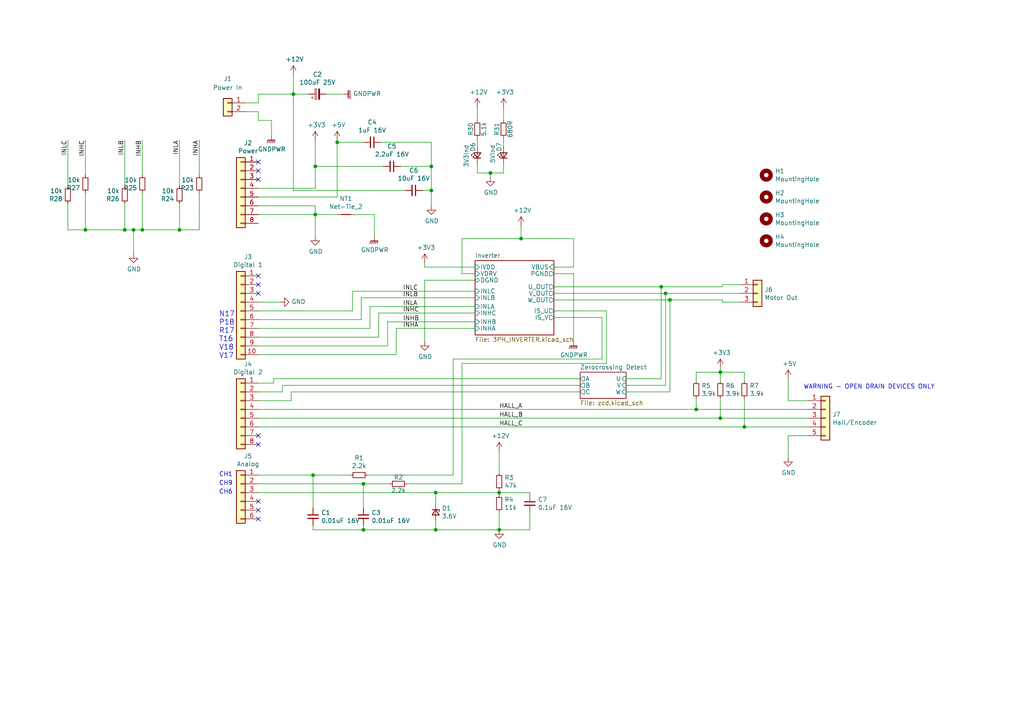
<source format=kicad_sch>
(kicad_sch (version 20211123) (generator eeschema)
  (paper "A4")
  (lib_symbols
    (symbol "Connector_Generic:Conn_01x02" (pin_names (offset 1.016) hide)
      (property "Reference" "J" (at 0 2.54 0))
      (property "Value" "Conn_01x02" (at 0 -5.08 0))
      (symbol "Conn_01x02_1_1"
        (rectangle (start -1.27 -2.413) (end 0 -2.667) (stroke (width 0.1524)))
        (rectangle (start -1.27 0.127) (end 0 -0.127) (stroke (width 0.1524)))
        (rectangle (start -1.27 1.27) (end 1.27 -3.81) (stroke (width 0.254)) (fill (type background)))
        (pin passive line (at -5.08 0 0) (length 3.81) (name "Pin_1") (number "1"))
        (pin passive line (at -5.08 -2.54 0) (length 3.81) (name "Pin_2") (number "2"))
      )
    )
    (symbol "Connector_Generic:Conn_01x05" (pin_names (offset 1.016) hide)
      (property "Reference" "J" (at 0 7.62 0))
      (property "Value" "Conn_01x05" (at 0 -7.62 0))
      (symbol "Conn_01x05_1_1"
        (rectangle (start -1.27 -4.953) (end 0 -5.207) (stroke (width 0.1524)))
        (rectangle (start -1.27 -2.413) (end 0 -2.667) (stroke (width 0.1524)))
        (rectangle (start -1.27 0.127) (end 0 -0.127) (stroke (width 0.1524)))
        (rectangle (start -1.27 2.667) (end 0 2.413) (stroke (width 0.1524)))
        (rectangle (start -1.27 5.207) (end 0 4.953) (stroke (width 0.1524)))
        (rectangle (start -1.27 6.35) (end 1.27 -6.35) (stroke (width 0.254)) (fill (type background)))
        (pin passive line (at -5.08 5.08 0) (length 3.81) (name "Pin_1") (number "1"))
        (pin passive line (at -5.08 2.54 0) (length 3.81) (name "Pin_2") (number "2"))
        (pin passive line (at -5.08 0 0) (length 3.81) (name "Pin_3") (number "3"))
        (pin passive line (at -5.08 -2.54 0) (length 3.81) (name "Pin_4") (number "4"))
        (pin passive line (at -5.08 -5.08 0) (length 3.81) (name "Pin_5") (number "5"))
      )
    )
    (symbol "Connector_Generic:Conn_01x06" (pin_names (offset 1.016) hide)
      (property "Reference" "J" (at 0 7.62 0))
      (property "Value" "Conn_01x06" (at 0 -10.16 0))
      (symbol "Conn_01x06_1_1"
        (rectangle (start -1.27 -7.493) (end 0 -7.747) (stroke (width 0.1524)))
        (rectangle (start -1.27 -4.953) (end 0 -5.207) (stroke (width 0.1524)))
        (rectangle (start -1.27 -2.413) (end 0 -2.667) (stroke (width 0.1524)))
        (rectangle (start -1.27 0.127) (end 0 -0.127) (stroke (width 0.1524)))
        (rectangle (start -1.27 2.667) (end 0 2.413) (stroke (width 0.1524)))
        (rectangle (start -1.27 5.207) (end 0 4.953) (stroke (width 0.1524)))
        (rectangle (start -1.27 6.35) (end 1.27 -8.89) (stroke (width 0.254)) (fill (type background)))
        (pin passive line (at -5.08 5.08 0) (length 3.81) (name "Pin_1") (number "1"))
        (pin passive line (at -5.08 2.54 0) (length 3.81) (name "Pin_2") (number "2"))
        (pin passive line (at -5.08 0 0) (length 3.81) (name "Pin_3") (number "3"))
        (pin passive line (at -5.08 -2.54 0) (length 3.81) (name "Pin_4") (number "4"))
        (pin passive line (at -5.08 -5.08 0) (length 3.81) (name "Pin_5") (number "5"))
        (pin passive line (at -5.08 -7.62 0) (length 3.81) (name "Pin_6") (number "6"))
      )
    )
    (symbol "Connector_Generic:Conn_01x08" (pin_names (offset 1.016) hide)
      (property "Reference" "J" (at 0 10.16 0))
      (property "Value" "Conn_01x08" (at 0 -12.7 0))
      (symbol "Conn_01x08_1_1"
        (rectangle (start -1.27 -10.033) (end 0 -10.287) (stroke (width 0.1524)))
        (rectangle (start -1.27 -7.493) (end 0 -7.747) (stroke (width 0.1524)))
        (rectangle (start -1.27 -4.953) (end 0 -5.207) (stroke (width 0.1524)))
        (rectangle (start -1.27 -2.413) (end 0 -2.667) (stroke (width 0.1524)))
        (rectangle (start -1.27 0.127) (end 0 -0.127) (stroke (width 0.1524)))
        (rectangle (start -1.27 2.667) (end 0 2.413) (stroke (width 0.1524)))
        (rectangle (start -1.27 5.207) (end 0 4.953) (stroke (width 0.1524)))
        (rectangle (start -1.27 7.747) (end 0 7.493) (stroke (width 0.1524)))
        (rectangle (start -1.27 8.89) (end 1.27 -11.43) (stroke (width 0.254)) (fill (type background)))
        (pin passive line (at -5.08 7.62 0) (length 3.81) (name "Pin_1") (number "1"))
        (pin passive line (at -5.08 5.08 0) (length 3.81) (name "Pin_2") (number "2"))
        (pin passive line (at -5.08 2.54 0) (length 3.81) (name "Pin_3") (number "3"))
        (pin passive line (at -5.08 0 0) (length 3.81) (name "Pin_4") (number "4"))
        (pin passive line (at -5.08 -2.54 0) (length 3.81) (name "Pin_5") (number "5"))
        (pin passive line (at -5.08 -5.08 0) (length 3.81) (name "Pin_6") (number "6"))
        (pin passive line (at -5.08 -7.62 0) (length 3.81) (name "Pin_7") (number "7"))
        (pin passive line (at -5.08 -10.16 0) (length 3.81) (name "Pin_8") (number "8"))
      )
    )
    (symbol "Connector_Generic:Conn_01x10" (pin_names (offset 1.016) hide)
      (property "Reference" "J" (at 0 12.7 0))
      (property "Value" "Conn_01x10" (at 0 -15.24 0))
      (symbol "Conn_01x10_1_1"
        (rectangle (start -1.27 -12.573) (end 0 -12.827) (stroke (width 0.1524)))
        (rectangle (start -1.27 -10.033) (end 0 -10.287) (stroke (width 0.1524)))
        (rectangle (start -1.27 -7.493) (end 0 -7.747) (stroke (width 0.1524)))
        (rectangle (start -1.27 -4.953) (end 0 -5.207) (stroke (width 0.1524)))
        (rectangle (start -1.27 -2.413) (end 0 -2.667) (stroke (width 0.1524)))
        (rectangle (start -1.27 0.127) (end 0 -0.127) (stroke (width 0.1524)))
        (rectangle (start -1.27 2.667) (end 0 2.413) (stroke (width 0.1524)))
        (rectangle (start -1.27 5.207) (end 0 4.953) (stroke (width 0.1524)))
        (rectangle (start -1.27 7.747) (end 0 7.493) (stroke (width 0.1524)))
        (rectangle (start -1.27 10.287) (end 0 10.033) (stroke (width 0.1524)))
        (rectangle (start -1.27 11.43) (end 1.27 -13.97) (stroke (width 0.254)) (fill (type background)))
        (pin passive line (at -5.08 10.16 0) (length 3.81) (name "Pin_1") (number "1"))
        (pin passive line (at -5.08 -12.7 0) (length 3.81) (name "Pin_10") (number "10"))
        (pin passive line (at -5.08 7.62 0) (length 3.81) (name "Pin_2") (number "2"))
        (pin passive line (at -5.08 5.08 0) (length 3.81) (name "Pin_3") (number "3"))
        (pin passive line (at -5.08 2.54 0) (length 3.81) (name "Pin_4") (number "4"))
        (pin passive line (at -5.08 0 0) (length 3.81) (name "Pin_5") (number "5"))
        (pin passive line (at -5.08 -2.54 0) (length 3.81) (name "Pin_6") (number "6"))
        (pin passive line (at -5.08 -5.08 0) (length 3.81) (name "Pin_7") (number "7"))
        (pin passive line (at -5.08 -7.62 0) (length 3.81) (name "Pin_8") (number "8"))
        (pin passive line (at -5.08 -10.16 0) (length 3.81) (name "Pin_9") (number "9"))
      )
    )
    (symbol "Device:CP_Small" (pin_numbers hide) (pin_names (offset 0.254) hide)
      (property "Reference" "C" (at 0.254 1.778 0))
      (property "Value" "Device_CP_Small" (at 0.254 -2.032 0))
      (symbol "CP_Small_0_1"
        (rectangle (start -1.524 -0.3048) (end 1.524 -0.6858) (fill (type outline)))
        (rectangle (start -1.524 0.6858) (end 1.524 0.3048))
        (polyline (pts (xy -1.27 1.524) (xy -0.762 1.524)))
        (polyline (pts (xy -1.016 1.27) (xy -1.016 1.778)))
      )
      (symbol "CP_Small_1_1"
        (pin passive line (at 0 2.54 270) (length 1.8542) (name "~") (number "1"))
        (pin passive line (at 0 -2.54 90) (length 1.8542) (name "~") (number "2"))
      )
    )
    (symbol "Device:C_Small" (pin_numbers hide) (pin_names (offset 0.254) hide)
      (property "Reference" "C" (at 0.254 1.778 0))
      (property "Value" "C_Small" (at 0.254 -2.032 0))
      (symbol "C_Small_0_1"
        (polyline (pts (xy -1.524 -0.508) (xy 1.524 -0.508)) (stroke (width 0.3302)))
        (polyline (pts (xy -1.524 0.508) (xy 1.524 0.508)) (stroke (width 0.3048)))
      )
      (symbol "C_Small_1_1"
        (pin passive line (at 0 2.54 270) (length 2.032) (name "~") (number "1"))
        (pin passive line (at 0 -2.54 90) (length 2.032) (name "~") (number "2"))
      )
    )
    (symbol "Device:D_Zener_Small" (pin_numbers hide) (pin_names (offset 0.254) hide)
      (property "Reference" "D" (at 0 2.286 0))
      (property "Value" "D_Zener_Small" (at 0 -2.286 0))
      (symbol "D_Zener_Small_0_1"
        (polyline (pts (xy 0.762 0) (xy -0.762 0)))
        (polyline (pts (xy -0.254 1.016) (xy -0.762 1.016) (xy -0.762 -1.016)) (stroke (width 0.254)))
        (polyline (pts (xy 0.762 1.016) (xy -0.762 0) (xy 0.762 -1.016) (xy 0.762 1.016)) (stroke (width 0.254)))
      )
      (symbol "D_Zener_Small_1_1"
        (pin passive line (at -2.54 0 0) (length 1.778) (name "K") (number "1"))
        (pin passive line (at 2.54 0 180) (length 1.778) (name "A") (number "2"))
      )
    )
    (symbol "Device:LED_Small" (pin_numbers hide) (pin_names (offset 0.254) hide)
      (property "Reference" "D" (at -1.27 3.175 0))
      (property "Value" "LED_Small" (at -4.445 -2.54 0))
      (symbol "LED_Small_0_1"
        (polyline (pts (xy -0.762 -1.016) (xy -0.762 1.016)) (stroke (width 0.254)))
        (polyline (pts (xy 1.016 0) (xy -0.762 0)))
        (polyline (pts (xy 0.762 -1.016) (xy -0.762 0) (xy 0.762 1.016) (xy 0.762 -1.016)) (stroke (width 0.254)))
        (polyline (pts (xy 0 0.762) (xy -0.508 1.27) (xy -0.254 1.27) (xy -0.508 1.27) (xy -0.508 1.016)))
        (polyline (pts (xy 0.508 1.27) (xy 0 1.778) (xy 0.254 1.778) (xy 0 1.778) (xy 0 1.524)))
      )
      (symbol "LED_Small_1_1"
        (pin passive line (at -2.54 0 0) (length 1.778) (name "K") (number "1"))
        (pin passive line (at 2.54 0 180) (length 1.778) (name "A") (number "2"))
      )
    )
    (symbol "Device:Net-Tie_2" (pin_numbers hide) (pin_names (offset 0) hide)
      (property "Reference" "NT" (at 0 1.27 0))
      (property "Value" "Device_Net-Tie_2" (at 0 -1.27 0))
      (symbol "Net-Tie_2_0_1"
        (polyline (pts (xy -1.27 0) (xy 1.27 0)) (stroke (width 0.254)))
      )
      (symbol "Net-Tie_2_1_1"
        (pin passive line (at -2.54 0 0) (length 2.54) (name "1") (number "1"))
        (pin passive line (at 2.54 0 180) (length 2.54) (name "2") (number "2"))
      )
    )
    (symbol "Device:R_Small" (pin_numbers hide) (pin_names (offset 0.254) hide)
      (property "Reference" "R" (at 0.762 0.508 0))
      (property "Value" "R_Small" (at 0.762 -1.016 0))
      (symbol "R_Small_0_1"
        (rectangle (start -0.762 1.778) (end 0.762 -1.778) (stroke (width 0.2032)))
      )
      (symbol "R_Small_1_1"
        (pin passive line (at 0 2.54 270) (length 0.762) (name "~") (number "1"))
        (pin passive line (at 0 -2.54 90) (length 0.762) (name "~") (number "2"))
      )
    )
    (symbol "Mechanical:MountingHole" (pin_names (offset 1.016))
      (property "Reference" "H" (at 0 5.08 0))
      (property "Value" "MountingHole" (at 0 3.175 0))
      (symbol "MountingHole_0_1"
        (circle (center 0 0) (radius 1.27) (stroke (width 1.27)))
      )
    )
    (symbol "bldc_driver-cache:+3.3V" (power) (pin_names (offset 0))
      (property "Value" "bldc_driver-cache_+3.3V" (at 0 3.556 0))
      (symbol "+3.3V_0_1"
        (polyline (pts (xy -0.762 1.27) (xy 0 2.54)))
        (polyline (pts (xy 0 0) (xy 0 2.54)))
        (polyline (pts (xy 0 2.54) (xy 0.762 1.27)))
      )
      (symbol "+3.3V_1_1"
        (pin power_in line (at 0 0 90) (length 0) hide (name "+3V3") (number "1"))
      )
    )
    (symbol "bldc_driver-cache:Connector_Generic_Conn_01x03" (pin_names (offset 1.016) hide)
      (property "Reference" "J" (at 0 5.08 0))
      (property "Value" "bldc_driver-cache_Connector_Generic_Conn_01x03" (at 0 -5.08 0))
      (symbol "Connector_Generic_Conn_01x03_1_1"
        (rectangle (start -1.27 -2.413) (end 0 -2.667) (stroke (width 0.1524)))
        (rectangle (start -1.27 0.127) (end 0 -0.127) (stroke (width 0.1524)))
        (rectangle (start -1.27 2.667) (end 0 2.413) (stroke (width 0.1524)))
        (rectangle (start -1.27 3.81) (end 1.27 -3.81) (stroke (width 0.254)) (fill (type background)))
        (pin passive line (at -5.08 2.54 0) (length 3.81) (name "Pin_1") (number "1"))
        (pin passive line (at -5.08 0 0) (length 3.81) (name "Pin_2") (number "2"))
        (pin passive line (at -5.08 -2.54 0) (length 3.81) (name "Pin_3") (number "3"))
      )
    )
    (symbol "power:+12V" (power) (pin_names (offset 0))
      (property "Value" "+12V" (at 0 3.556 0))
      (symbol "+12V_0_1"
        (polyline (pts (xy -0.762 1.27) (xy 0 2.54)))
        (polyline (pts (xy 0 0) (xy 0 2.54)))
        (polyline (pts (xy 0 2.54) (xy 0.762 1.27)))
      )
      (symbol "+12V_1_1"
        (pin power_in line (at 0 0 90) (length 0) hide (name "+12V") (number "1"))
      )
    )
    (symbol "power:+5V" (power) (pin_names (offset 0))
      (property "Value" "+5V" (at 0 3.556 0))
      (symbol "+5V_0_1"
        (polyline (pts (xy -0.762 1.27) (xy 0 2.54)))
        (polyline (pts (xy 0 0) (xy 0 2.54)))
        (polyline (pts (xy 0 2.54) (xy 0.762 1.27)))
      )
      (symbol "+5V_1_1"
        (pin power_in line (at 0 0 90) (length 0) hide (name "+5V") (number "1"))
      )
    )
    (symbol "power:GND" (power) (pin_names (offset 0))
      (property "Value" "GND" (at 0 -3.81 0))
      (symbol "GND_0_1"
        (polyline (pts (xy 0 0) (xy 0 -1.27) (xy 1.27 -1.27) (xy 0 -2.54) (xy -1.27 -1.27) (xy 0 -1.27)))
      )
      (symbol "GND_1_1"
        (pin power_in line (at 0 0 270) (length 0) hide (name "GND") (number "1"))
      )
    )
    (symbol "power:GNDPWR" (power) (pin_names (offset 0))
      (property "Value" "GNDPWR" (at 0 -3.302 0))
      (symbol "GNDPWR_0_1"
        (polyline (pts (xy 0 -1.27) (xy 0 0)))
        (polyline (pts (xy -1.016 -1.27) (xy -1.27 -2.032) (xy -1.27 -2.032)) (stroke (width 0.2032)))
        (polyline (pts (xy -0.508 -1.27) (xy -0.762 -2.032) (xy -0.762 -2.032)) (stroke (width 0.2032)))
        (polyline (pts (xy 0 -1.27) (xy -0.254 -2.032) (xy -0.254 -2.032)) (stroke (width 0.2032)))
        (polyline (pts (xy 0.508 -1.27) (xy 0.254 -2.032) (xy 0.254 -2.032)) (stroke (width 0.2032)))
        (polyline (pts (xy 1.016 -1.27) (xy -1.016 -1.27) (xy -1.016 -1.27)) (stroke (width 0.2032)))
        (polyline (pts (xy 1.016 -1.27) (xy 0.762 -2.032) (xy 0.762 -2.032) (xy 0.762 -2.032)) (stroke (width 0.2032)))
      )
      (symbol "GNDPWR_1_1"
        (pin power_in line (at 0 0 270) (length 0) hide (name "GNDPWR") (number "1"))
      )
    )
  )
  (junction (at 144.78 142.875))
  (junction (at 91.44 62.23))
  (junction (at 208.915 107.95))
  (junction (at 193.04 85.09))
  (junction (at 97.79 41.275))
  (junction (at 126.365 142.875))
  (junction (at 105.41 153.67))
  (junction (at 125.095 55.245))
  (junction (at 142.24 50.165))
  (junction (at 144.78 153.67))
  (junction (at 41.275 66.675))
  (junction (at 52.07 66.675))
  (junction (at 201.93 118.745))
  (junction (at 191.77 83.185))
  (junction (at 151.13 69.215))
  (junction (at 38.735 66.675))
  (junction (at 91.44 48.26))
  (junction (at 85.09 27.305))
  (junction (at 125.095 48.26))
  (junction (at 194.31 86.995))
  (junction (at 90.805 137.795))
  (junction (at 208.915 121.285))
  (junction (at 126.365 153.67))
  (junction (at 24.765 66.675))
  (junction (at 105.41 140.335))
  (junction (at 36.195 66.675))
  (junction (at 215.9 123.825))
  (no_connect (at 74.93 80.01))
  (no_connect (at 74.93 126.365))
  (no_connect (at 74.93 145.415))
  (no_connect (at 74.93 46.99))
  (no_connect (at 74.93 85.09))
  (no_connect (at 74.93 128.905))
  (no_connect (at 74.93 52.07))
  (no_connect (at 74.93 150.495))
  (no_connect (at 74.93 147.955))
  (no_connect (at 74.93 82.55))
  (no_connect (at 74.93 49.53))
  (wire (pts (xy 113.03 140.335) (xy 105.41 140.335)))
  (wire (pts (xy 215.9 115.57) (xy 215.9 123.825)))
  (wire (pts (xy 144.78 142.875) (xy 153.67 142.875)))
  (wire (pts (xy 85.09 27.305) (xy 89.535 27.305)))
  (wire (pts (xy 146.05 50.165) (xy 146.05 47.625)))
  (wire (pts (xy 160.655 77.47) (xy 166.37 77.47)))
  (wire (pts (xy 81.28 87.63) (xy 74.93 87.63)))
  (wire (pts (xy 175.895 105.41) (xy 133.985 105.41)))
  (wire (pts (xy 57.785 55.88) (xy 57.785 66.675)))
  (wire (pts (xy 84.455 116.205) (xy 74.93 116.205)))
  (wire (pts (xy 138.43 47.625) (xy 138.43 50.165)))
  (wire (pts (xy 133.985 140.335) (xy 118.11 140.335)))
  (wire (pts (xy 74.93 90.17) (xy 102.235 90.17)))
  (wire (pts (xy 209.55 83.185) (xy 209.55 82.55)))
  (wire (pts (xy 57.785 66.675) (xy 52.07 66.675)))
  (wire (pts (xy 52.07 53.975) (xy 52.07 40.64)))
  (wire (pts (xy 102.87 62.23) (xy 108.585 62.23)))
  (wire (pts (xy 137.795 90.805) (xy 109.855 90.805)))
  (wire (pts (xy 208.915 121.285) (xy 234.315 121.285)))
  (wire (pts (xy 151.13 69.215) (xy 166.37 69.215)))
  (wire (pts (xy 201.93 107.95) (xy 201.93 110.49)))
  (wire (pts (xy 181.61 111.76) (xy 193.04 111.76)))
  (wire (pts (xy 71.12 32.385) (xy 74.93 32.385)))
  (wire (pts (xy 123.19 77.47) (xy 137.795 77.47)))
  (wire (pts (xy 181.61 113.665) (xy 194.31 113.665)))
  (wire (pts (xy 90.805 137.795) (xy 74.93 137.795)))
  (wire (pts (xy 208.915 115.57) (xy 208.915 121.285)))
  (wire (pts (xy 97.79 57.15) (xy 97.79 41.275)))
  (wire (pts (xy 153.67 142.875) (xy 153.67 143.51)))
  (wire (pts (xy 111.125 48.26) (xy 91.44 48.26)))
  (wire (pts (xy 174.625 104.14) (xy 131.445 104.14)))
  (wire (pts (xy 81.915 111.76) (xy 81.915 113.665)))
  (wire (pts (xy 24.765 66.675) (xy 19.685 66.675)))
  (wire (pts (xy 160.655 83.185) (xy 191.77 83.185)))
  (wire (pts (xy 74.93 29.845) (xy 74.93 27.305)))
  (wire (pts (xy 78.74 34.925) (xy 78.74 39.37)))
  (wire (pts (xy 99.695 27.305) (xy 94.615 27.305)))
  (wire (pts (xy 122.555 55.245) (xy 125.095 55.245)))
  (wire (pts (xy 104.775 92.71) (xy 74.93 92.71)))
  (wire (pts (xy 36.195 53.975) (xy 36.195 40.64)))
  (wire (pts (xy 84.455 113.665) (xy 84.455 116.205)))
  (wire (pts (xy 117.475 55.245) (xy 85.09 55.245)))
  (wire (pts (xy 193.04 85.09) (xy 214.63 85.09)))
  (wire (pts (xy 79.375 109.855) (xy 168.275 109.855)))
  (wire (pts (xy 131.445 137.795) (xy 131.445 104.14)))
  (wire (pts (xy 228.6 116.205) (xy 228.6 109.855)))
  (wire (pts (xy 125.095 48.26) (xy 125.095 55.245)))
  (wire (pts (xy 138.43 40.005) (xy 138.43 42.545)))
  (wire (pts (xy 153.67 148.59) (xy 153.67 153.67)))
  (wire (pts (xy 105.41 41.275) (xy 97.79 41.275)))
  (wire (pts (xy 126.365 142.875) (xy 144.78 142.875)))
  (wire (pts (xy 74.93 142.875) (xy 126.365 142.875)))
  (wire (pts (xy 38.735 66.675) (xy 38.735 73.66)))
  (wire (pts (xy 104.775 86.36) (xy 104.775 92.71)))
  (wire (pts (xy 181.61 109.855) (xy 191.77 109.855)))
  (wire (pts (xy 81.915 113.665) (xy 74.93 113.665)))
  (wire (pts (xy 142.24 50.165) (xy 142.24 51.435)))
  (wire (pts (xy 125.095 41.275) (xy 125.095 48.26)))
  (wire (pts (xy 208.915 107.95) (xy 201.93 107.95)))
  (wire (pts (xy 24.765 55.88) (xy 24.765 66.675)))
  (wire (pts (xy 57.785 50.8) (xy 57.785 40.64)))
  (wire (pts (xy 133.985 69.215) (xy 151.13 69.215)))
  (wire (pts (xy 102.235 84.455) (xy 137.795 84.455)))
  (wire (pts (xy 234.315 126.365) (xy 228.6 126.365)))
  (wire (pts (xy 160.655 85.09) (xy 193.04 85.09)))
  (wire (pts (xy 91.44 59.69) (xy 91.44 62.23)))
  (wire (pts (xy 79.375 111.125) (xy 79.375 109.855)))
  (wire (pts (xy 91.44 62.23) (xy 91.44 68.58)))
  (wire (pts (xy 91.44 62.23) (xy 97.79 62.23)))
  (wire (pts (xy 160.655 79.375) (xy 166.37 79.375)))
  (wire (pts (xy 90.805 147.32) (xy 90.805 137.795)))
  (wire (pts (xy 108.585 62.23) (xy 108.585 68.58)))
  (wire (pts (xy 114.935 102.87) (xy 74.93 102.87)))
  (wire (pts (xy 144.78 142.875) (xy 144.78 143.51)))
  (wire (pts (xy 52.07 66.675) (xy 41.275 66.675)))
  (wire (pts (xy 175.895 90.17) (xy 175.895 105.41)))
  (wire (pts (xy 19.685 66.675) (xy 19.685 59.055)))
  (wire (pts (xy 160.655 90.17) (xy 175.895 90.17)))
  (wire (pts (xy 138.43 50.165) (xy 142.24 50.165)))
  (wire (pts (xy 109.855 90.805) (xy 109.855 97.79)))
  (wire (pts (xy 112.395 100.33) (xy 74.93 100.33)))
  (wire (pts (xy 125.095 55.245) (xy 125.095 59.69)))
  (wire (pts (xy 174.625 92.075) (xy 174.625 104.14)))
  (wire (pts (xy 90.805 153.67) (xy 90.805 152.4)))
  (wire (pts (xy 105.41 140.335) (xy 74.93 140.335)))
  (wire (pts (xy 144.78 148.59) (xy 144.78 153.67)))
  (wire (pts (xy 160.655 92.075) (xy 174.625 92.075)))
  (wire (pts (xy 74.93 118.745) (xy 201.93 118.745)))
  (wire (pts (xy 146.05 40.005) (xy 146.05 42.545)))
  (wire (pts (xy 38.735 66.675) (xy 36.195 66.675)))
  (wire (pts (xy 74.93 111.125) (xy 79.375 111.125)))
  (wire (pts (xy 142.24 50.165) (xy 146.05 50.165)))
  (wire (pts (xy 144.78 142.24) (xy 144.78 142.875)))
  (wire (pts (xy 166.37 77.47) (xy 166.37 69.215)))
  (wire (pts (xy 228.6 126.365) (xy 228.6 132.715)))
  (wire (pts (xy 91.44 48.26) (xy 91.44 40.64)))
  (wire (pts (xy 209.55 87.63) (xy 214.63 87.63)))
  (wire (pts (xy 209.55 82.55) (xy 214.63 82.55)))
  (wire (pts (xy 215.9 107.95) (xy 208.915 107.95)))
  (wire (pts (xy 234.315 116.205) (xy 228.6 116.205)))
  (wire (pts (xy 107.315 88.9) (xy 107.315 95.25)))
  (wire (pts (xy 153.67 153.67) (xy 144.78 153.67)))
  (wire (pts (xy 36.195 66.675) (xy 24.765 66.675)))
  (wire (pts (xy 194.31 86.995) (xy 209.55 86.995)))
  (wire (pts (xy 126.365 151.13) (xy 126.365 153.67)))
  (wire (pts (xy 208.915 106.68) (xy 208.915 107.95)))
  (wire (pts (xy 144.78 137.16) (xy 144.78 130.81)))
  (wire (pts (xy 137.795 95.25) (xy 114.935 95.25)))
  (wire (pts (xy 74.93 123.825) (xy 215.9 123.825)))
  (wire (pts (xy 19.685 53.975) (xy 19.685 40.64)))
  (wire (pts (xy 114.935 95.25) (xy 114.935 102.87)))
  (wire (pts (xy 123.19 81.28) (xy 123.19 99.06)))
  (wire (pts (xy 74.93 57.15) (xy 97.79 57.15)))
  (wire (pts (xy 74.93 32.385) (xy 74.93 34.925)))
  (wire (pts (xy 166.37 79.375) (xy 166.37 99.06)))
  (wire (pts (xy 191.77 83.185) (xy 209.55 83.185)))
  (wire (pts (xy 84.455 113.665) (xy 168.275 113.665)))
  (wire (pts (xy 137.795 79.375) (xy 133.985 79.375)))
  (wire (pts (xy 74.93 121.285) (xy 208.915 121.285)))
  (wire (pts (xy 52.07 59.055) (xy 52.07 66.675)))
  (wire (pts (xy 151.13 69.215) (xy 151.13 65.405)))
  (wire (pts (xy 201.93 115.57) (xy 201.93 118.745)))
  (wire (pts (xy 41.275 66.675) (xy 38.735 66.675)))
  (wire (pts (xy 138.43 31.115) (xy 138.43 34.925)))
  (wire (pts (xy 24.765 50.8) (xy 24.765 40.64)))
  (wire (pts (xy 106.68 137.795) (xy 131.445 137.795)))
  (wire (pts (xy 105.41 153.67) (xy 90.805 153.67)))
  (wire (pts (xy 191.77 109.855) (xy 191.77 83.185)))
  (wire (pts (xy 71.12 29.845) (xy 74.93 29.845)))
  (wire (pts (xy 101.6 137.795) (xy 90.805 137.795)))
  (wire (pts (xy 137.795 88.9) (xy 107.315 88.9)))
  (wire (pts (xy 74.93 54.61) (xy 91.44 54.61)))
  (wire (pts (xy 137.795 86.36) (xy 104.775 86.36)))
  (wire (pts (xy 91.44 54.61) (xy 91.44 48.26)))
  (wire (pts (xy 194.31 113.665) (xy 194.31 86.995)))
  (wire (pts (xy 102.235 90.17) (xy 102.235 84.455)))
  (wire (pts (xy 116.205 48.26) (xy 125.095 48.26)))
  (wire (pts (xy 209.55 86.995) (xy 209.55 87.63)))
  (wire (pts (xy 160.655 86.995) (xy 194.31 86.995)))
  (wire (pts (xy 126.365 142.875) (xy 126.365 146.05)))
  (wire (pts (xy 41.275 55.88) (xy 41.275 66.675)))
  (wire (pts (xy 215.9 123.825) (xy 234.315 123.825)))
  (wire (pts (xy 133.985 105.41) (xy 133.985 140.335)))
  (wire (pts (xy 85.09 27.305) (xy 85.09 55.245)))
  (wire (pts (xy 112.395 93.345) (xy 112.395 100.33)))
  (wire (pts (xy 110.49 41.275) (xy 125.095 41.275)))
  (wire (pts (xy 146.05 31.115) (xy 146.05 34.925)))
  (wire (pts (xy 112.395 93.345) (xy 137.795 93.345)))
  (wire (pts (xy 126.365 153.67) (xy 105.41 153.67)))
  (wire (pts (xy 126.365 153.67) (xy 144.78 153.67)))
  (wire (pts (xy 107.315 95.25) (xy 74.93 95.25)))
  (wire (pts (xy 193.04 111.76) (xy 193.04 85.09)))
  (wire (pts (xy 208.915 110.49) (xy 208.915 107.95)))
  (wire (pts (xy 215.9 107.95) (xy 215.9 110.49)))
  (wire (pts (xy 109.855 97.79) (xy 74.93 97.79)))
  (wire (pts (xy 201.93 118.745) (xy 234.315 118.745)))
  (wire (pts (xy 85.09 21.59) (xy 85.09 27.305)))
  (wire (pts (xy 74.93 34.925) (xy 78.74 34.925)))
  (wire (pts (xy 123.19 77.47) (xy 123.19 76.2)))
  (wire (pts (xy 36.195 59.055) (xy 36.195 66.675)))
  (wire (pts (xy 41.275 50.8) (xy 41.275 40.64)))
  (wire (pts (xy 133.985 79.375) (xy 133.985 69.215)))
  (wire (pts (xy 123.19 81.28) (xy 137.795 81.28)))
  (wire (pts (xy 74.93 62.23) (xy 91.44 62.23)))
  (wire (pts (xy 74.93 59.69) (xy 91.44 59.69)))
  (wire (pts (xy 97.79 41.275) (xy 97.79 40.64)))
  (wire (pts (xy 105.41 152.4) (xy 105.41 153.67)))
  (wire (pts (xy 74.93 27.305) (xy 85.09 27.305)))
  (wire (pts (xy 81.915 111.76) (xy 168.275 111.76)))
  (wire (pts (xy 105.41 147.32) (xy 105.41 140.335)))
  (text "WARNING - OPEN DRAIN DEVICES ONLY" (at 233.045 113.03 0) (effects (font (size 1.27 1.27)) (justify left bottom)))
  (text "N17\nP18\nR17\nT16\nV18\nV17" (at 63.5 104.14 0) (effects (font (size 1.5 1.5)) (justify left bottom)))
  (text "CH6" (at 63.5 143.51 0) (effects (font (size 1.27 1.27)) (justify left bottom)))
  (text "CH1" (at 63.5 138.43 0) (effects (font (size 1.27 1.27)) (justify left bottom)))
  (text "CH9" (at 63.5 140.97 0) (effects (font (size 1.27 1.27)) (justify left bottom)))
  (label "INHC" (at 116.84 90.805 0))
  (label "INLC" (at 19.685 40.64 270))
  (label "INHA" (at 57.785 40.64 270))
  (label "INLA" (at 116.84 88.9 0))
  (label "HALL_A" (at 144.78 118.745 0))
  (label "INLC" (at 116.84 84.455 0))
  (label "INLA" (at 52.07 40.64 270))
  (label "INHC" (at 24.765 40.64 270))
  (label "INHB" (at 116.84 93.345 0))
  (label "HALL_C" (at 144.78 123.825 0))
  (label "INHB" (at 41.275 40.64 270))
  (label "INLB" (at 36.195 40.64 270))
  (label "INLB" (at 116.84 86.36 0))
  (label "INHA" (at 116.84 95.25 0))
  (label "HALL_B" (at 144.78 121.285 0))
  (symbol (lib_id "power:GNDPWR") (at 166.37 99.06 0) (unit 1)
    (property "Reference" "#PWR0101" (effects hide))
    (property "Value" "GNDPWR" (at 166.4716 102.9716 0))
  )
  (symbol (lib_id "power:GND") (at 123.19 99.06 0) (unit 1)
    (property "Reference" "#PWR0102" (effects hide))
    (property "Value" "GND" (at 123.317 103.4542 0))
  )
  (symbol (lib_id "power:+12V") (at 151.13 65.405 0) (unit 1)
    (property "Reference" "#PWR0103" (effects hide))
    (property "Value" "+12V" (at 151.511 61.0108 0))
  )
  (symbol (lib_id "bldc_driver-cache:+3.3V") (at 123.19 76.2 0) (unit 1)
    (property "Reference" "#PWR0104" (effects hide))
    (property "Value" "+3.3V" (at 123.571 71.8058 0))
  )
  (symbol (lib_id "Connector_Generic:Conn_01x10") (at 69.85 90.17 0) (mirror y) (unit 1)
    (property "Reference" "J3" (at 71.9328 74.4982 0))
    (property "Value" "Digital 1" (at 71.9328 76.8096 0))
    (property "Footprint" "Connector_PinHeader_2.54mm:PinHeader_1x10_P2.54mm_Vertical" (effects hide))
  )
  (symbol (lib_id "Connector_Generic:Conn_01x06") (at 69.85 142.875 0) (mirror y) (unit 1)
    (property "Reference" "J5" (at 71.9328 132.2832 0))
    (property "Value" "Analog" (at 71.9328 134.5946 0))
    (property "Footprint" "Connector_PinHeader_2.54mm:PinHeader_1x06_P2.54mm_Vertical" (effects hide))
  )
  (symbol (lib_id "Connector_Generic:Conn_01x08") (at 69.85 118.745 0) (mirror y) (unit 1)
    (property "Reference" "J4" (at 71.9328 105.6132 0))
    (property "Value" "Digital 2" (at 71.9328 107.9246 0))
    (property "Footprint" "Connector_PinHeader_2.54mm:PinHeader_1x08_P2.54mm_Vertical" (effects hide))
  )
  (symbol (lib_id "Device:R_Small") (at 144.78 139.7 0) (unit 1)
    (property "Reference" "R3" (at 146.2786 138.5316 0) (effects (justify left)))
    (property "Value" "47k" (at 146.2786 140.843 0) (effects (justify left)))
    (property "Footprint" "Resistor_SMD:R_0603_1608Metric_Pad0.98x0.95mm_HandSolder" (effects hide))
  )
  (symbol (lib_id "Device:R_Small") (at 144.78 146.05 0) (unit 1)
    (property "Reference" "R4" (at 146.2786 144.8816 0) (effects (justify left)))
    (property "Value" "11k" (at 146.2786 147.193 0) (effects (justify left)))
    (property "Footprint" "Resistor_SMD:R_0603_1608Metric_Pad0.98x0.95mm_HandSolder" (effects hide))
  )
  (symbol (lib_id "power:+12V") (at 144.78 130.81 0) (unit 1)
    (property "Reference" "#PWR0105" (effects hide))
    (property "Value" "+12V" (at 145.161 126.4158 0))
  )
  (symbol (lib_id "power:GND") (at 144.78 153.67 0) (unit 1)
    (property "Reference" "#PWR0106" (effects hide))
    (property "Value" "GND" (at 144.907 158.0642 0))
  )
  (symbol (lib_id "Device:D_Zener_Small") (at 126.365 148.59 270) (unit 1)
    (property "Reference" "D1" (at 128.143 147.4216 90) (effects (justify left)))
    (property "Value" "3.6V" (at 128.143 149.733 90) (effects (justify left)))
    (property "Footprint" "Diode_SMD:D_SOD-523" (effects hide))
    (property "MPN" "MM5Z4685T1G" (effects hide))
  )
  (symbol (lib_id "Device:C_Small") (at 153.67 146.05 0) (unit 1)
    (property "Reference" "C7" (at 156.0068 144.8816 0) (effects (justify left)))
    (property "Value" "0.1uF 16V" (at 156.0068 147.193 0) (effects (justify left)))
    (property "Footprint" "Capacitor_SMD:C_0603_1608Metric_Pad1.08x0.95mm_HandSolder" (effects hide))
  )
  (symbol (lib_id "Device:R_Small") (at 201.93 113.03 0) (unit 1)
    (property "Reference" "R5" (at 203.4286 111.8616 0) (effects (justify left)))
    (property "Value" "3.9k" (at 203.4286 114.173 0) (effects (justify left)))
    (property "Footprint" "Resistor_SMD:R_0603_1608Metric_Pad0.98x0.95mm_HandSolder" (effects hide))
  )
  (symbol (lib_id "Device:R_Small") (at 208.915 113.03 0) (unit 1)
    (property "Reference" "R6" (at 210.4136 111.8616 0) (effects (justify left)))
    (property "Value" "3.9k" (at 210.4136 114.173 0) (effects (justify left)))
    (property "Footprint" "Resistor_SMD:R_0603_1608Metric_Pad0.98x0.95mm_HandSolder" (effects hide))
  )
  (symbol (lib_id "Device:R_Small") (at 215.9 113.03 0) (unit 1)
    (property "Reference" "R7" (at 217.3986 111.8616 0) (effects (justify left)))
    (property "Value" "3.9k" (at 217.3986 114.173 0) (effects (justify left)))
    (property "Footprint" "Resistor_SMD:R_0603_1608Metric_Pad0.98x0.95mm_HandSolder" (effects hide))
  )
  (symbol (lib_id "bldc_driver-cache:+3.3V") (at 208.915 106.68 0) (unit 1)
    (property "Reference" "#PWR0107" (effects hide))
    (property "Value" "+3.3V" (at 209.296 102.2858 0))
  )
  (symbol (lib_id "power:GND") (at 81.28 87.63 90) (unit 1)
    (property "Reference" "#PWR0108" (effects hide))
    (property "Value" "GND" (at 84.5312 87.503 90) (effects (justify right)))
  )
  (symbol (lib_id "Device:R_Small") (at 115.57 140.335 270) (unit 1)
    (property "Reference" "R2" (at 115.57 138.43 90))
    (property "Value" "2.2k" (at 115.57 142.24 90))
    (property "Footprint" "Resistor_SMD:R_0603_1608Metric_Pad0.98x0.95mm_HandSolder" (effects hide))
  )
  (symbol (lib_id "Device:R_Small") (at 104.14 137.795 270) (unit 1)
    (property "Reference" "R1" (at 104.14 132.8166 90))
    (property "Value" "2.2k" (at 104.14 135.128 90))
    (property "Footprint" "Resistor_SMD:R_0603_1608Metric_Pad0.98x0.95mm_HandSolder" (effects hide))
  )
  (symbol (lib_id "Device:C_Small") (at 90.805 149.86 0) (unit 1)
    (property "Reference" "C1" (at 93.1418 148.6916 0) (effects (justify left)))
    (property "Value" "0.01uF 16V" (at 93.1418 151.003 0) (effects (justify left)))
    (property "Footprint" "Capacitor_SMD:C_0603_1608Metric_Pad1.08x0.95mm_HandSolder" (effects hide))
  )
  (symbol (lib_id "Device:C_Small") (at 105.41 149.86 0) (unit 1)
    (property "Reference" "C3" (at 107.7468 148.6916 0) (effects (justify left)))
    (property "Value" "0.01uF 16V" (at 107.7468 151.003 0) (effects (justify left)))
    (property "Footprint" "Capacitor_SMD:C_0603_1608Metric_Pad1.08x0.95mm_HandSolder" (effects hide))
  )
  (symbol (lib_id "Connector_Generic:Conn_01x08") (at 69.85 54.61 0) (mirror y) (unit 1)
    (property "Reference" "J2" (at 71.9328 41.4782 0))
    (property "Value" "Power" (at 71.9328 43.7896 0))
    (property "Footprint" "Connector_PinHeader_2.54mm:PinHeader_1x08_P2.54mm_Vertical" (effects hide))
  )
  (symbol (lib_id "Device:R_Small") (at 57.785 53.34 180) (unit 1)
    (property "Reference" "R23" (at 56.2864 54.5084 0) (effects (justify left)))
    (property "Value" "10k" (at 56.2864 52.197 0) (effects (justify left)))
    (property "Footprint" "Resistor_SMD:R_0603_1608Metric_Pad0.98x0.95mm_HandSolder" (effects hide))
  )
  (symbol (lib_id "Device:R_Small") (at 52.07 56.515 180) (unit 1)
    (property "Reference" "R24" (at 50.5714 57.6834 0) (effects (justify left)))
    (property "Value" "10k" (at 50.5714 55.372 0) (effects (justify left)))
    (property "Footprint" "Resistor_SMD:R_0603_1608Metric_Pad0.98x0.95mm_HandSolder" (effects hide))
  )
  (symbol (lib_id "power:+12V") (at 85.09 21.59 0) (unit 1)
    (property "Reference" "#PWR0109" (effects hide))
    (property "Value" "+12V" (at 85.471 17.1958 0))
  )
  (symbol (lib_id "Device:R_Small") (at 41.275 53.34 180) (unit 1)
    (property "Reference" "R25" (at 39.7764 54.5084 0) (effects (justify left)))
    (property "Value" "10k" (at 39.7764 52.197 0) (effects (justify left)))
    (property "Footprint" "Resistor_SMD:R_0603_1608Metric_Pad0.98x0.95mm_HandSolder" (effects hide))
  )
  (symbol (lib_id "bldc_driver-cache:+3.3V") (at 91.44 40.64 0) (unit 1)
    (property "Reference" "#PWR0110" (effects hide))
    (property "Value" "+3.3V" (at 91.821 36.2458 0))
  )
  (symbol (lib_id "Device:R_Small") (at 36.195 56.515 180) (unit 1)
    (property "Reference" "R26" (at 34.6964 57.6834 0) (effects (justify left)))
    (property "Value" "10k" (at 34.6964 55.372 0) (effects (justify left)))
    (property "Footprint" "Resistor_SMD:R_0603_1608Metric_Pad0.98x0.95mm_HandSolder" (effects hide))
  )
  (symbol (lib_id "power:+5V") (at 97.79 40.64 0) (unit 1)
    (property "Reference" "#PWR0111" (effects hide))
    (property "Value" "+5V" (at 98.171 36.2458 0))
  )
  (symbol (lib_id "power:+5V") (at 228.6 109.855 0) (unit 1)
    (property "Reference" "#PWR0112" (effects hide))
    (property "Value" "+5V" (at 228.981 105.4608 0))
  )
  (symbol (lib_id "Device:Net-Tie_2") (at 100.33 62.23 0) (unit 1)
    (property "Reference" "NT1" (at 100.33 57.6326 0))
    (property "Value" "Net-Tie_2" (at 100.33 59.944 0))
    (property "Footprint" "NetTie:NetTie-2_SMD_Pad2.0mm" (effects hide))
  )
  (symbol (lib_id "Device:R_Small") (at 24.765 53.34 180) (unit 1)
    (property "Reference" "R27" (at 23.2664 54.5084 0) (effects (justify left)))
    (property "Value" "10k" (at 23.2664 52.197 0) (effects (justify left)))
    (property "Footprint" "Resistor_SMD:R_0603_1608Metric_Pad0.98x0.95mm_HandSolder" (effects hide))
  )
  (symbol (lib_id "Device:R_Small") (at 19.685 56.515 180) (unit 1)
    (property "Reference" "R28" (at 18.1864 57.6834 0) (effects (justify left)))
    (property "Value" "10k" (at 18.1864 55.372 0) (effects (justify left)))
    (property "Footprint" "Resistor_SMD:R_0603_1608Metric_Pad0.98x0.95mm_HandSolder" (effects hide))
  )
  (symbol (lib_id "power:GND") (at 91.44 68.58 0) (unit 1)
    (property "Reference" "#PWR0113" (effects hide))
    (property "Value" "GND" (at 91.567 72.9742 0))
  )
  (symbol (lib_id "power:GNDPWR") (at 108.585 68.58 0) (unit 1)
    (property "Reference" "#PWR0114" (effects hide))
    (property "Value" "GNDPWR" (at 108.6866 72.4916 0))
  )
  (symbol (lib_id "bldc_driver-cache:Connector_Generic_Conn_01x03") (at 219.71 85.09 0) (unit 1)
    (property "Reference" "J6" (at 221.742 84.0232 0) (effects (justify left)))
    (property "Value" "Motor Out" (at 221.742 86.3346 0) (effects (justify left)))
    (property "Footprint" "Connector_JST:JST_PH_B3B-PH-K_1x03_P2.00mm_Vertical" (effects hide))
    (property "MPN" "105430-1103" (effects hide))
  )
  (symbol (lib_id "Connector_Generic:Conn_01x05") (at 239.395 121.285 0) (unit 1)
    (property "Reference" "J7" (at 241.427 120.2182 0) (effects (justify left)))
    (property "Value" "Hall/Encoder" (at 241.427 122.5296 0) (effects (justify left)))
    (property "Footprint" "Connector_JST:JST_PH_B5B-PH-K_1x05_P2.00mm_Vertical" (effects hide))
  )
  (symbol (lib_id "Mechanical:MountingHole") (at 222.25 50.8 0) (unit 1)
    (property "Reference" "H1" (at 224.79 49.6316 0) (effects (justify left)))
    (property "Value" "MountingHole" (at 224.79 51.943 0) (effects (justify left)))
    (property "Footprint" "MountingHole:MountingHole_3.2mm_M3" (effects hide))
  )
  (symbol (lib_id "Mechanical:MountingHole") (at 222.25 57.15 0) (unit 1)
    (property "Reference" "H2" (at 224.79 55.9816 0) (effects (justify left)))
    (property "Value" "MountingHole" (at 224.79 58.293 0) (effects (justify left)))
    (property "Footprint" "MountingHole:MountingHole_3.2mm_M3" (effects hide))
  )
  (symbol (lib_id "Mechanical:MountingHole") (at 222.25 63.5 0) (unit 1)
    (property "Reference" "H3" (at 224.79 62.3316 0) (effects (justify left)))
    (property "Value" "MountingHole" (at 224.79 64.643 0) (effects (justify left)))
    (property "Footprint" "MountingHole:MountingHole_3.2mm_M3" (effects hide))
  )
  (symbol (lib_id "Mechanical:MountingHole") (at 222.25 69.85 0) (unit 1)
    (property "Reference" "H4" (at 224.79 68.6816 0) (effects (justify left)))
    (property "Value" "MountingHole" (at 224.79 70.993 0) (effects (justify left)))
    (property "Footprint" "MountingHole:MountingHole_3.2mm_M3" (effects hide))
  )
  (symbol (lib_id "power:GND") (at 228.6 132.715 0) (unit 1)
    (property "Reference" "#PWR0115" (effects hide))
    (property "Value" "GND" (at 228.727 137.1092 0))
  )
  (symbol (lib_id "Device:C_Small") (at 107.95 41.275 270) (unit 1)
    (property "Reference" "C4" (at 107.95 35.4584 90))
    (property "Value" "1uF 16V" (at 107.95 37.7698 90))
    (property "Footprint" "Capacitor_SMD:C_0603_1608Metric_Pad1.08x0.95mm_HandSolder" (effects hide))
  )
  (symbol (lib_id "Device:C_Small") (at 113.665 48.26 270) (unit 1)
    (property "Reference" "C5" (at 113.665 42.4434 90))
    (property "Value" "2.2uF 16V" (at 113.665 44.7548 90))
    (property "Footprint" "Capacitor_SMD:C_0603_1608Metric_Pad1.08x0.95mm_HandSolder" (effects hide))
  )
  (symbol (lib_id "Device:C_Small") (at 120.015 55.245 270) (unit 1)
    (property "Reference" "C6" (at 120.015 49.4284 90))
    (property "Value" "10uF 16V" (at 120.015 51.7398 90))
    (property "Footprint" "Capacitor_SMD:C_0603_1608Metric_Pad1.08x0.95mm_HandSolder" (effects hide))
  )
  (symbol (lib_id "power:GND") (at 125.095 59.69 0) (unit 1)
    (property "Reference" "#PWR0116" (effects hide))
    (property "Value" "GND" (at 125.222 64.0842 0))
  )
  (symbol (lib_id "power:GNDPWR") (at 78.74 39.37 0) (unit 1)
    (property "Reference" "#PWR0117" (effects hide))
    (property "Value" "GNDPWR" (at 78.8416 43.2816 0))
  )
  (symbol (lib_id "Device:CP_Small") (at 92.075 27.305 90) (unit 1)
    (property "Reference" "C2" (at 92.075 21.59 90))
    (property "Value" "100uF 25V" (at 92.075 23.9014 90))
    (property "Footprint" "Capacitor_SMD:CP_Elec_6.3x5.7" (effects hide))
    (property "MPN" "VZS101M1ETR-0606" (effects hide))
  )
  (symbol (lib_id "power:GND") (at 38.735 73.66 0) (unit 1)
    (property "Reference" "#PWR0120" (effects hide))
    (property "Value" "GND" (at 38.862 78.0542 0))
  )
  (symbol (lib_id "power:GNDPWR") (at 99.695 27.305 90) (unit 1)
    (property "Reference" "#PWR0118" (effects hide))
    (property "Value" "GNDPWR" (at 102.4382 27.178 90) (effects (justify right)))
  )
  (symbol (lib_id "bldc_driver-cache:+3.3V") (at 146.05 31.115 0) (unit 1)
    (property "Reference" "#PWR0123" (effects hide))
    (property "Value" "+3.3V" (at 146.431 26.7208 0))
  )
  (symbol (lib_id "Device:R_Small") (at 146.05 37.465 0) (unit 1)
    (property "Reference" "R31" (at 144.145 37.465 90))
    (property "Value" "680R" (at 147.955 37.465 90))
    (property "Footprint" "Resistor_SMD:R_0603_1608Metric_Pad0.98x0.95mm_HandSolder" (effects hide))
  )
  (symbol (lib_id "power:GND") (at 142.24 51.435 0) (unit 1)
    (property "Reference" "#PWR0125" (effects hide))
    (property "Value" "GND" (at 142.367 55.8292 0))
  )
  (symbol (lib_id "Connector_Generic:Conn_01x02") (at 66.04 29.845 0) (mirror y) (unit 1)
    (property "Reference" "J1" (at 66.04 22.86 0))
    (property "Value" "Power In" (at 66.04 25.4 0))
    (property "Footprint" "Connector_JST:JST_PH_B2B-PH-K_1x02_P2.00mm_Vertical" (effects hide))
  )
  (symbol (lib_id "Device:R_Small") (at 138.43 37.465 0) (unit 1)
    (property "Reference" "R30" (at 136.525 37.465 90))
    (property "Value" "5.1k" (at 140.335 37.465 90))
    (property "Footprint" "Resistor_SMD:R_0603_1608Metric_Pad0.98x0.95mm_HandSolder" (effects hide))
  )
  (symbol (lib_id "Device:LED_Small") (at 146.05 45.085 90) (unit 1)
    (property "Reference" "D7" (at 144.78 41.275 0) (effects (justify right)))
    (property "Value" "5VInd" (at 142.875 41.91 0) (effects (justify right)))
    (property "Footprint" "LED_SMD:LED_0603_1608Metric_Pad1.05x0.95mm_HandSolder" (effects hide))
  )
  (symbol (lib_id "power:+12V") (at 138.43 31.115 0) (unit 1)
    (property "Reference" "#PWR0124" (effects hide))
    (property "Value" "+12V" (at 138.811 26.7208 0))
  )
  (symbol (lib_id "Device:LED_Small") (at 138.43 45.085 90) (unit 1)
    (property "Reference" "D6" (at 137.16 41.275 0) (effects (justify right)))
    (property "Value" "3V3Ind" (at 135.255 41.91 0) (effects (justify right)))
    (property "Footprint" "LED_SMD:LED_0603_1608Metric_Pad1.05x0.95mm_HandSolder" (effects hide))
  )
  (sheet (at 137.795 75.565) (size 22.86 21.59)
    (property "Sheet name" "Inverter" (at 137.795 74.8534 0) (effects (justify left bottom)))
    (property "Sheet file" "3PH_INVERTER.kicad_sch" (at 137.795 97.7396 0) (effects (justify left top)))
    (pin "U_OUT" output (at 160.655 83.185 0))
    (pin "PGND" output (at 160.655 79.375 0))
    (pin "VBUS" input (at 160.655 77.47 0))
    (pin "IVDD" input (at 137.795 77.47 180))
    (pin "IS_U" output (at 160.655 90.17 0))
    (pin "DGND" bidirectional (at 137.795 81.28 180))
    (pin "V_OUT" output (at 160.655 85.09 0))
    (pin "W_OUT" output (at 160.655 86.995 0))
    (pin "IS_V" output (at 160.655 92.075 0))
    (pin "VDRV" input (at 137.795 79.375 180))
    (pin "INHA" input (at 137.795 95.25 180))
    (pin "INLA" input (at 137.795 88.9 180))
    (pin "INHB" input (at 137.795 93.345 180))
    (pin "INLB" input (at 137.795 86.36 180))
    (pin "INHC" input (at 137.795 90.805 180))
    (pin "INLC" input (at 137.795 84.455 180))
  )
  (sheet (at 168.275 107.95) (size 13.335 7.62)
    (property "Sheet name" "Zerocrossing Detect" (at 168.275 107.2384 0) (effects (justify left bottom)))
    (property "Sheet file" "zcd.kicad_sch" (at 168.275 116.1546 0) (effects (justify left top)))
    (pin "U" input (at 181.61 109.855 0))
    (pin "V" input (at 181.61 111.76 0))
    (pin "W" input (at 181.61 113.665 0))
    (pin "A" output (at 168.275 109.855 180))
    (pin "B" output (at 168.275 111.76 180))
    (pin "C" output (at 168.275 113.665 180))
  )
)
</source>
